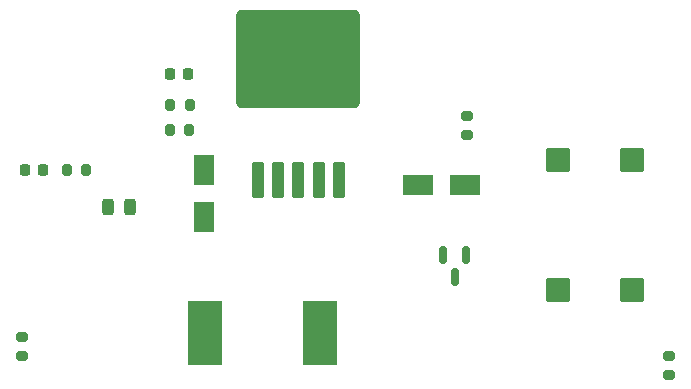
<source format=gtp>
G04 #@! TF.GenerationSoftware,KiCad,Pcbnew,(6.0.1)*
G04 #@! TF.CreationDate,2022-04-16T00:13:44-07:00*
G04 #@! TF.ProjectId,AnimatronicEyes,416e696d-6174-4726-9f6e-696345796573,rev?*
G04 #@! TF.SameCoordinates,Original*
G04 #@! TF.FileFunction,Paste,Top*
G04 #@! TF.FilePolarity,Positive*
%FSLAX46Y46*%
G04 Gerber Fmt 4.6, Leading zero omitted, Abs format (unit mm)*
G04 Created by KiCad (PCBNEW (6.0.1)) date 2022-04-16 00:13:44*
%MOMM*%
%LPD*%
G01*
G04 APERTURE LIST*
G04 Aperture macros list*
%AMRoundRect*
0 Rectangle with rounded corners*
0 $1 Rounding radius*
0 $2 $3 $4 $5 $6 $7 $8 $9 X,Y pos of 4 corners*
0 Add a 4 corners polygon primitive as box body*
4,1,4,$2,$3,$4,$5,$6,$7,$8,$9,$2,$3,0*
0 Add four circle primitives for the rounded corners*
1,1,$1+$1,$2,$3*
1,1,$1+$1,$4,$5*
1,1,$1+$1,$6,$7*
1,1,$1+$1,$8,$9*
0 Add four rect primitives between the rounded corners*
20,1,$1+$1,$2,$3,$4,$5,0*
20,1,$1+$1,$4,$5,$6,$7,0*
20,1,$1+$1,$6,$7,$8,$9,0*
20,1,$1+$1,$8,$9,$2,$3,0*%
G04 Aperture macros list end*
%ADD10R,1.800000X2.500000*%
%ADD11RoundRect,0.150000X-0.358000X-1.375000X0.358000X-1.375000X0.358000X1.375000X-0.358000X1.375000X0*%
%ADD12RoundRect,0.500000X-4.745000X-3.690000X4.745000X-3.690000X4.745000X3.690000X-4.745000X3.690000X0*%
%ADD13RoundRect,0.200000X0.200000X0.275000X-0.200000X0.275000X-0.200000X-0.275000X0.200000X-0.275000X0*%
%ADD14R,2.500000X1.800000*%
%ADD15RoundRect,0.150000X-0.150000X0.587500X-0.150000X-0.587500X0.150000X-0.587500X0.150000X0.587500X0*%
%ADD16RoundRect,0.100000X0.900000X0.900000X-0.900000X0.900000X-0.900000X-0.900000X0.900000X-0.900000X0*%
%ADD17RoundRect,0.225000X0.225000X0.250000X-0.225000X0.250000X-0.225000X-0.250000X0.225000X-0.250000X0*%
%ADD18RoundRect,0.200000X-0.200000X-0.275000X0.200000X-0.275000X0.200000X0.275000X-0.200000X0.275000X0*%
%ADD19RoundRect,0.200000X0.275000X-0.200000X0.275000X0.200000X-0.275000X0.200000X-0.275000X-0.200000X0*%
%ADD20RoundRect,0.243750X0.243750X0.456250X-0.243750X0.456250X-0.243750X-0.456250X0.243750X-0.456250X0*%
%ADD21RoundRect,0.200000X-0.275000X0.200000X-0.275000X-0.200000X0.275000X-0.200000X0.275000X0.200000X0*%
%ADD22RoundRect,0.218750X-0.218750X-0.256250X0.218750X-0.256250X0.218750X0.256250X-0.218750X0.256250X0*%
%ADD23R,2.900000X5.400000*%
G04 APERTURE END LIST*
D10*
X138200000Y-75062500D03*
X138200000Y-71062500D03*
D11*
X142817000Y-71959000D03*
X144519000Y-71959000D03*
X146221000Y-71959000D03*
X147923000Y-71959000D03*
X149625000Y-71959000D03*
D12*
X146221000Y-61654000D03*
D13*
X128270000Y-71120000D03*
X126620000Y-71120000D03*
D14*
X156333500Y-72354000D03*
X160333500Y-72354000D03*
D15*
X160396000Y-78316500D03*
X158496000Y-78316500D03*
X159446000Y-80191500D03*
D16*
X174421000Y-81254000D03*
X168221000Y-81254000D03*
X174421000Y-70254000D03*
X168221000Y-70254000D03*
D17*
X136904000Y-62946000D03*
X135354000Y-62946000D03*
D18*
X135329000Y-67746000D03*
X136979000Y-67746000D03*
D19*
X160471000Y-68154000D03*
X160471000Y-66504000D03*
D13*
X137000000Y-65600000D03*
X135350000Y-65600000D03*
D20*
X132000000Y-74200000D03*
X130125000Y-74200000D03*
D21*
X122821000Y-85204000D03*
X122821000Y-86854000D03*
D22*
X123037500Y-71120000D03*
X124612500Y-71120000D03*
D21*
X177600000Y-86800000D03*
X177600000Y-88450000D03*
D23*
X148037000Y-84902000D03*
X138287000Y-84902000D03*
M02*

</source>
